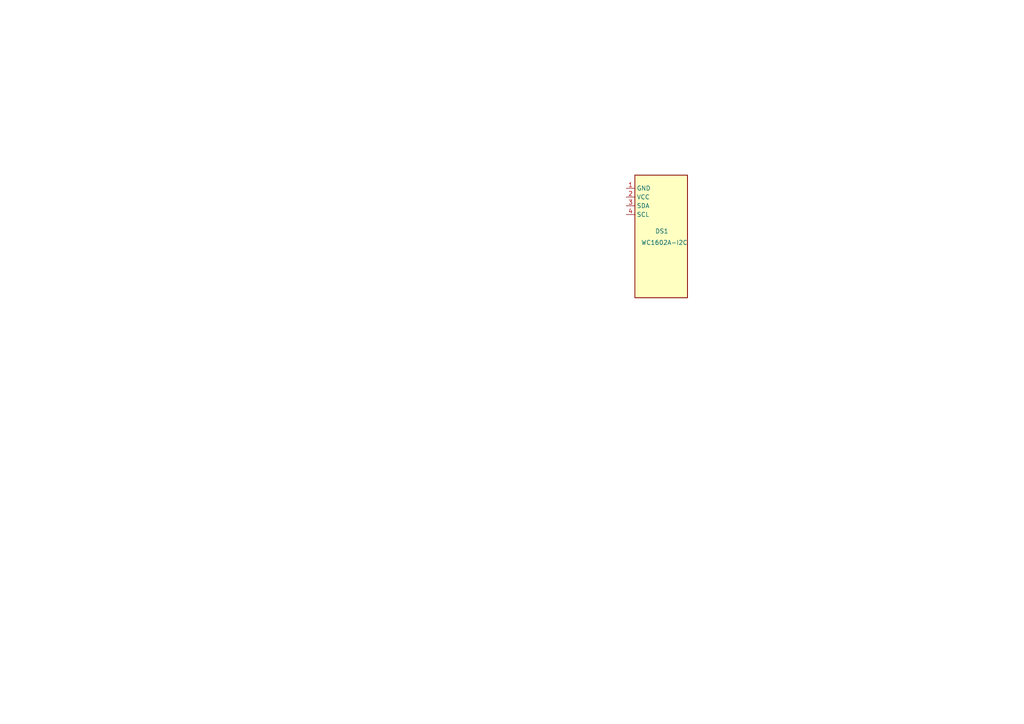
<source format=kicad_sch>
(kicad_sch (version 20231120) (generator "eeschema") (generator_version "8.0")
  (paper "A4")
  (lib_symbols
    (symbol "My_Library:My-WC1602A-I2C"
      (property "Reference" "DS1" (at -1.778 1.524 0))
      (property "Value" "WC1602A-I2C" (at -5.842 -1.778 0))
      (symbol "My-WC1602A-I2C_1_1"
        (rectangle (start -7.62 17.78) (end 7.62 -17.78) (stroke (width 0.254)) (fill (type background)))
        (pin power_in line (at -10.16 13.97 0) (length 2.54) (name "GND") (number "1"))
        (pin power_in line (at -10.16 11.43 0) (length 2.54) (name "VCC") (number "2"))
        (pin bidirectional line (at -10.16 8.89 0) (length 2.54) (name "SDA") (number "3"))
        (pin input line (at -10.16 6.35 0) (length 2.54) (name "SCL") (number "4"))
      )
    )
  )
  (symbol (lib_id "My_Library:My-WC1602A-I2C") (at 191.77 68.58 0) (unit 1)
    (property "Reference" "DS1" (at 189.992 67.056 0) (effects (justify left)))
    (property "Value" "WC1602A-I2C" (at 185.928 70.358 0) (effects (justify left)))
    (property "Footprint" "My-Library:WC1602A-I2C" (effects (hide yes)))
    (property "Datasheet" "http://www.wincomlcd.com/pdf/WC1602A-SFYLYHTC06.pdf" (effects (hide yes)))
    (property "Description" "LCD 16x2 Alphanumeric , 8 bit parallel bus, 5V VDD" (effects (hide yes)))
  )
)
</source>
